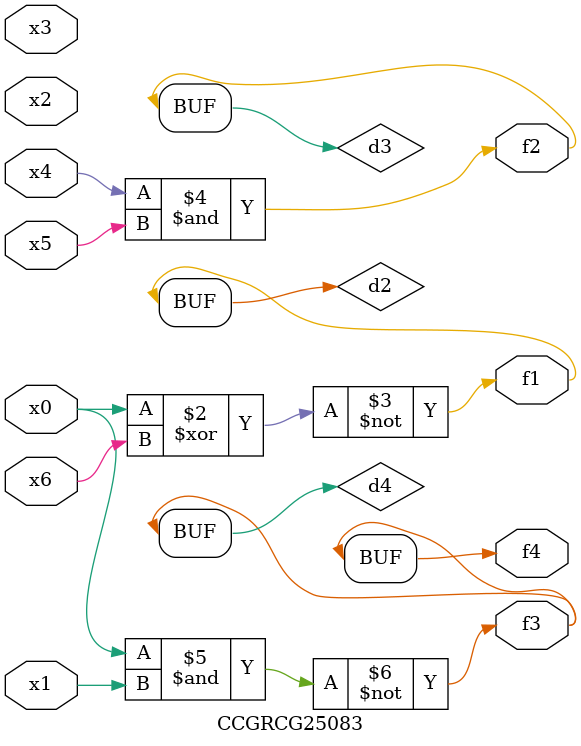
<source format=v>
module CCGRCG25083(
	input x0, x1, x2, x3, x4, x5, x6,
	output f1, f2, f3, f4
);

	wire d1, d2, d3, d4;

	nor (d1, x0);
	xnor (d2, x0, x6);
	and (d3, x4, x5);
	nand (d4, x0, x1);
	assign f1 = d2;
	assign f2 = d3;
	assign f3 = d4;
	assign f4 = d4;
endmodule

</source>
